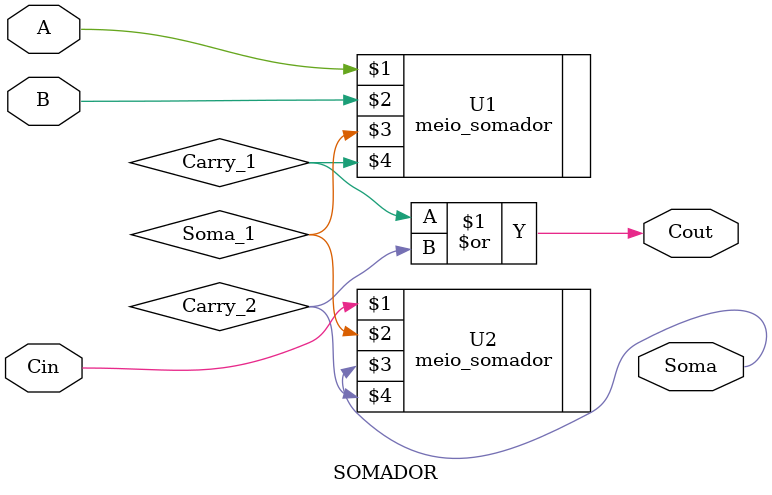
<source format=sv>
module SOMADOR (A, B, Cin, Soma, Cout);
 
input  A, B, Cin;
output Soma, Cout;
wire Carry_1, Carry_2, Soma_1; 
 
meio_somador U1 (A, B, Soma_1, Carry_1);
meio_somador U2 (Cin, Soma_1, Soma, Carry_2);
or           U3 (Cout, Carry_1, Carry_2);
endmodule
</source>
